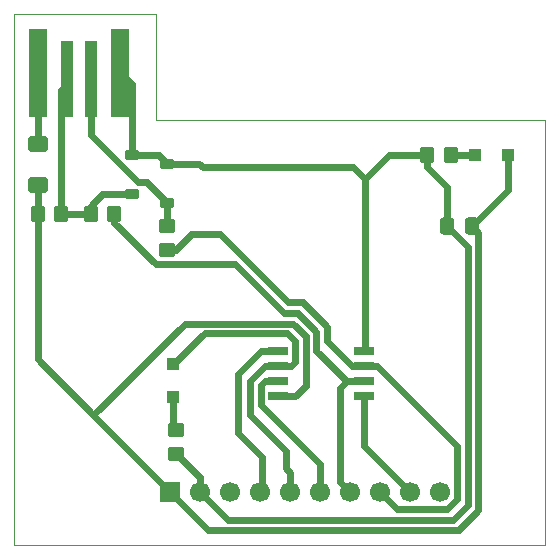
<source format=gbr>
%TF.GenerationSoftware,KiCad,Pcbnew,9.0.1*%
%TF.CreationDate,2025-05-23T10:14:42-03:00*%
%TF.ProjectId,_autosave-UccMicroDuino,5f617574-6f73-4617-9665-2d5563634d69,rev?*%
%TF.SameCoordinates,Original*%
%TF.FileFunction,Copper,L1,Top*%
%TF.FilePolarity,Positive*%
%FSLAX46Y46*%
G04 Gerber Fmt 4.6, Leading zero omitted, Abs format (unit mm)*
G04 Created by KiCad (PCBNEW 9.0.1) date 2025-05-23 10:14:42*
%MOMM*%
%LPD*%
G01*
G04 APERTURE LIST*
G04 Aperture macros list*
%AMRoundRect*
0 Rectangle with rounded corners*
0 $1 Rounding radius*
0 $2 $3 $4 $5 $6 $7 $8 $9 X,Y pos of 4 corners*
0 Add a 4 corners polygon primitive as box body*
4,1,4,$2,$3,$4,$5,$6,$7,$8,$9,$2,$3,0*
0 Add four circle primitives for the rounded corners*
1,1,$1+$1,$2,$3*
1,1,$1+$1,$4,$5*
1,1,$1+$1,$6,$7*
1,1,$1+$1,$8,$9*
0 Add four rect primitives between the rounded corners*
20,1,$1+$1,$2,$3,$4,$5,0*
20,1,$1+$1,$4,$5,$6,$7,0*
20,1,$1+$1,$6,$7,$8,$9,0*
20,1,$1+$1,$8,$9,$2,$3,0*%
G04 Aperture macros list end*
%TA.AperFunction,SMDPad,CuDef*%
%ADD10RoundRect,0.250000X0.600000X-0.400000X0.600000X0.400000X-0.600000X0.400000X-0.600000X-0.400000X0*%
%TD*%
%TA.AperFunction,SMDPad,CuDef*%
%ADD11R,1.700000X0.650000*%
%TD*%
%TA.AperFunction,SMDPad,CuDef*%
%ADD12RoundRect,0.250000X0.350000X0.450000X-0.350000X0.450000X-0.350000X-0.450000X0.350000X-0.450000X0*%
%TD*%
%TA.AperFunction,SMDPad,CuDef*%
%ADD13R,1.000000X1.000000*%
%TD*%
%TA.AperFunction,SMDPad,CuDef*%
%ADD14R,1.500000X7.500000*%
%TD*%
%TA.AperFunction,SMDPad,CuDef*%
%ADD15R,1.000000X6.500000*%
%TD*%
%TA.AperFunction,SMDPad,CuDef*%
%ADD16RoundRect,0.225000X0.375000X-0.225000X0.375000X0.225000X-0.375000X0.225000X-0.375000X-0.225000X0*%
%TD*%
%TA.AperFunction,SMDPad,CuDef*%
%ADD17RoundRect,0.250000X-0.350000X-0.450000X0.350000X-0.450000X0.350000X0.450000X-0.350000X0.450000X0*%
%TD*%
%TA.AperFunction,SMDPad,CuDef*%
%ADD18RoundRect,0.250000X0.450000X-0.350000X0.450000X0.350000X-0.450000X0.350000X-0.450000X-0.350000X0*%
%TD*%
%TA.AperFunction,ComponentPad*%
%ADD19R,1.700000X1.700000*%
%TD*%
%TA.AperFunction,ComponentPad*%
%ADD20C,1.700000*%
%TD*%
%TA.AperFunction,SMDPad,CuDef*%
%ADD21RoundRect,0.250000X0.337500X0.475000X-0.337500X0.475000X-0.337500X-0.475000X0.337500X-0.475000X0*%
%TD*%
%TA.AperFunction,SMDPad,CuDef*%
%ADD22RoundRect,0.250000X-0.450000X0.350000X-0.450000X-0.350000X0.450000X-0.350000X0.450000X0.350000X0*%
%TD*%
%TA.AperFunction,Conductor*%
%ADD23C,0.600000*%
%TD*%
%TA.AperFunction,Profile*%
%ADD24C,0.100000*%
%TD*%
G04 APERTURE END LIST*
D10*
%TO.P,D1,1,K*%
%TO.N,+5V*%
X204000000Y-100500000D03*
%TO.P,D1,2,A*%
%TO.N,Net-(D1-A)*%
X204000000Y-97000000D03*
%TD*%
D11*
%TO.P,U1,1,~{RESET}/PB5*%
%TO.N,Net-(J1-Pin_9)*%
X231650000Y-118405000D03*
%TO.P,U1,2,XTAL1/PB3*%
%TO.N,Net-(J1-Pin_7)*%
X231650000Y-117135000D03*
%TO.P,U1,3,XTAL2/PB4*%
%TO.N,Net-(J1-Pin_8)*%
X231650000Y-115865000D03*
%TO.P,U1,4,GND*%
%TO.N,GND*%
X231650000Y-114595000D03*
%TO.P,U1,5,AREF/PB0*%
%TO.N,Net-(J1-Pin_4)*%
X224350000Y-114595000D03*
%TO.P,U1,6,PB1*%
%TO.N,Net-(D6-A)*%
X224350000Y-115865000D03*
%TO.P,U1,7,PB2*%
%TO.N,Net-(J1-Pin_6)*%
X224350000Y-117135000D03*
%TO.P,U1,8,VCC*%
%TO.N,+5V*%
X224350000Y-118405000D03*
%TD*%
D12*
%TO.P,R6,1*%
%TO.N,Net-(D3-K)*%
X239000000Y-98000000D03*
%TO.P,R6,2*%
%TO.N,GND*%
X237000000Y-98000000D03*
%TD*%
D13*
%TO.P,D6,1,K*%
%TO.N,Net-(D6-K)*%
X215500000Y-118500000D03*
%TO.P,D6,2,A*%
%TO.N,Net-(D6-A)*%
X215500000Y-115700000D03*
%TD*%
D14*
%TO.P,J2,1,VBUS*%
%TO.N,Net-(D1-A)*%
X204000000Y-91000000D03*
D15*
%TO.P,J2,2,D-*%
%TO.N,Net-(D2-K)*%
X206500000Y-91500000D03*
%TO.P,J2,3,D+*%
%TO.N,Net-(D5-K)*%
X208500000Y-91500000D03*
D14*
%TO.P,J2,4,GND*%
%TO.N,GND*%
X211000000Y-91000000D03*
%TD*%
D16*
%TO.P,D5,1,K*%
%TO.N,Net-(D5-K)*%
X215000000Y-102000000D03*
%TO.P,D5,2,A*%
%TO.N,GND*%
X215000000Y-98700000D03*
%TD*%
D17*
%TO.P,R4,1*%
%TO.N,Net-(D2-K)*%
X208500000Y-103000000D03*
%TO.P,R4,2*%
%TO.N,Net-(J1-Pin_7)*%
X210500000Y-103000000D03*
%TD*%
D13*
%TO.P,D3,1,K*%
%TO.N,Net-(D3-K)*%
X241000000Y-98000000D03*
%TO.P,D3,2,A*%
%TO.N,+5V*%
X243800000Y-98000000D03*
%TD*%
D17*
%TO.P,R1,1*%
%TO.N,+5V*%
X204000000Y-103000000D03*
%TO.P,R1,2*%
%TO.N,Net-(D2-K)*%
X206000000Y-103000000D03*
%TD*%
D18*
%TO.P,R5,1*%
%TO.N,Net-(J1-Pin_8)*%
X215000000Y-106000000D03*
%TO.P,R5,2*%
%TO.N,Net-(D5-K)*%
X215000000Y-104000000D03*
%TD*%
D19*
%TO.P,J1,1,Pin_1*%
%TO.N,+5V*%
X215220000Y-126500000D03*
D20*
%TO.P,J1,2,Pin_2*%
%TO.N,GND*%
X217760000Y-126500000D03*
%TO.P,J1,3,Pin_3*%
%TO.N,unconnected-(J1-Pin_3-Pad3)*%
X220300000Y-126500000D03*
%TO.P,J1,4,Pin_4*%
%TO.N,Net-(J1-Pin_4)*%
X222840000Y-126500000D03*
%TO.P,J1,5,Pin_5*%
%TO.N,Net-(D6-A)*%
X225380000Y-126500000D03*
%TO.P,J1,6,Pin_6*%
%TO.N,Net-(J1-Pin_6)*%
X227920000Y-126500000D03*
%TO.P,J1,7,Pin_7*%
%TO.N,Net-(J1-Pin_7)*%
X230460000Y-126500000D03*
%TO.P,J1,8,Pin_8*%
%TO.N,Net-(J1-Pin_8)*%
X233000000Y-126500000D03*
%TO.P,J1,9,Pin_9*%
%TO.N,Net-(J1-Pin_9)*%
X235540000Y-126500000D03*
%TO.P,J1,10,Pin_10*%
%TO.N,unconnected-(J1-Pin_10-Pad10)*%
X238080000Y-126500000D03*
%TD*%
D21*
%TO.P,C1,1*%
%TO.N,+5V*%
X240750000Y-104000000D03*
%TO.P,C1,2*%
%TO.N,GND*%
X238675000Y-104000000D03*
%TD*%
D16*
%TO.P,D2,1,K*%
%TO.N,Net-(D2-K)*%
X212000000Y-101300000D03*
%TO.P,D2,2,A*%
%TO.N,GND*%
X212000000Y-98000000D03*
%TD*%
D22*
%TO.P,R3,1*%
%TO.N,Net-(D6-K)*%
X215750000Y-121250000D03*
%TO.P,R3,2*%
%TO.N,GND*%
X215750000Y-123250000D03*
%TD*%
D23*
%TO.N,GND*%
X217760000Y-125260000D02*
X217760000Y-126500000D01*
X215750000Y-123250000D02*
X217760000Y-125260000D01*
X217700000Y-98700000D02*
X218000000Y-99000000D01*
X238675000Y-104000000D02*
X240431999Y-105756999D01*
X212000000Y-98000000D02*
X212000000Y-92000000D01*
X231750000Y-114495000D02*
X231650000Y-114595000D01*
X238675000Y-100675000D02*
X238675000Y-104000000D01*
X218000000Y-99000000D02*
X230750000Y-99000000D01*
X230750000Y-99000000D02*
X231750000Y-100000000D01*
X214300000Y-98000000D02*
X215000000Y-98700000D01*
X237000000Y-98000000D02*
X237000000Y-99000000D01*
X240431999Y-105756999D02*
X240431999Y-127568001D01*
X212000000Y-98000000D02*
X214300000Y-98000000D01*
X215000000Y-98700000D02*
X217700000Y-98700000D01*
X220111000Y-128851000D02*
X217760000Y-126500000D01*
X233750000Y-98000000D02*
X237000000Y-98000000D01*
X212000000Y-92000000D02*
X211000000Y-91000000D01*
X231750000Y-100000000D02*
X233750000Y-98000000D01*
X237000000Y-99000000D02*
X238675000Y-100675000D01*
X239149000Y-128851000D02*
X220111000Y-128851000D01*
X240431999Y-127568001D02*
X239149000Y-128851000D01*
X231750000Y-100000000D02*
X231750000Y-114495000D01*
%TO.N,Net-(D1-A)*%
X204000000Y-91000000D02*
X204000000Y-97000000D01*
%TO.N,+5V*%
X208735000Y-120015000D02*
X204000000Y-115280000D01*
X225800000Y-118405000D02*
X226703000Y-117502000D01*
X226703000Y-117502000D02*
X226703000Y-113298208D01*
X215220000Y-126500000D02*
X208735000Y-120015000D01*
X243800000Y-100950000D02*
X240750000Y-104000000D01*
X204000000Y-115280000D02*
X204000000Y-103000000D01*
X218471000Y-129751000D02*
X215220000Y-126500000D01*
X241332998Y-104582998D02*
X240750000Y-104000000D01*
X204000000Y-103000000D02*
X204000000Y-100500000D01*
X226703000Y-113298208D02*
X225654792Y-112250000D01*
X225654792Y-112250000D02*
X216500000Y-112250000D01*
X241332998Y-128066002D02*
X239648000Y-129751000D01*
X241332998Y-128066002D02*
X241332998Y-104582998D01*
X239648000Y-129751000D02*
X218471000Y-129751000D01*
X216500000Y-112250000D02*
X208735000Y-120015000D01*
X243800000Y-98000000D02*
X243800000Y-100950000D01*
X224350000Y-118405000D02*
X225800000Y-118405000D01*
%TO.N,Net-(D2-K)*%
X206000000Y-103000000D02*
X208500000Y-103000000D01*
X208500000Y-103000000D02*
X208500000Y-102300000D01*
X206000000Y-92500000D02*
X206000000Y-103000000D01*
X209500000Y-101300000D02*
X212000000Y-101300000D01*
X206500000Y-91500000D02*
X206500000Y-92000000D01*
X208500000Y-102300000D02*
X209500000Y-101300000D01*
X206500000Y-92000000D02*
X206000000Y-92500000D01*
%TO.N,Net-(D3-K)*%
X239000000Y-98000000D02*
X241000000Y-98000000D01*
%TO.N,Net-(D5-K)*%
X212474626Y-100249000D02*
X213249000Y-100249000D01*
X208500000Y-91500000D02*
X208500000Y-96274374D01*
X208500000Y-96274374D02*
X212474626Y-100249000D01*
X213249000Y-100249000D02*
X215000000Y-102000000D01*
X215000000Y-102000000D02*
X215000000Y-104000000D01*
%TO.N,Net-(D6-K)*%
X215500000Y-118500000D02*
X215500000Y-121000000D01*
X215500000Y-121000000D02*
X215750000Y-121250000D01*
%TO.N,Net-(D6-A)*%
X218149000Y-113051000D02*
X215500000Y-115700000D01*
X223238794Y-115865000D02*
X222000000Y-117103794D01*
X224350000Y-115865000D02*
X225457000Y-115865000D01*
X225000000Y-123000000D02*
X225000000Y-124490000D01*
X225801000Y-115521000D02*
X225801000Y-113701000D01*
X225151000Y-113051000D02*
X218149000Y-113051000D01*
X225801000Y-113701000D02*
X225151000Y-113051000D01*
X222000000Y-120000000D02*
X225000000Y-123000000D01*
X222000000Y-117103794D02*
X222000000Y-120000000D01*
X225000000Y-124490000D02*
X225380000Y-124870000D01*
X225457000Y-115865000D02*
X225801000Y-115521000D01*
X224350000Y-115865000D02*
X223238794Y-115865000D01*
X225380000Y-124870000D02*
X225380000Y-126500000D01*
%TO.N,Net-(J1-Pin_4)*%
X223000000Y-123500000D02*
X223000000Y-126340000D01*
X224350000Y-114595000D02*
X222900000Y-114595000D01*
X223000000Y-126340000D02*
X222840000Y-126500000D01*
X221000000Y-121500000D02*
X223000000Y-123500000D01*
X221000000Y-116495000D02*
X221000000Y-121500000D01*
X222900000Y-114595000D02*
X221000000Y-116495000D01*
%TO.N,Net-(J1-Pin_7)*%
X229610000Y-117725000D02*
X229610000Y-125650000D01*
X227603000Y-114538000D02*
X227603000Y-112925416D01*
X231650000Y-117135000D02*
X230200000Y-117135000D01*
X214001000Y-107201000D02*
X210500000Y-103700000D01*
X230200000Y-117135000D02*
X227603000Y-114538000D01*
X220701000Y-107201000D02*
X214001000Y-107201000D01*
X231650000Y-117135000D02*
X230200000Y-117135000D01*
X210500000Y-103700000D02*
X210500000Y-103000000D01*
X224850000Y-111350000D02*
X220701000Y-107201000D01*
X227603000Y-112925416D02*
X226027584Y-111350000D01*
X230200000Y-117135000D02*
X229610000Y-117725000D01*
X226027584Y-111350000D02*
X224850000Y-111350000D01*
X229610000Y-125650000D02*
X230460000Y-126500000D01*
%TO.N,Net-(J1-Pin_6)*%
X222900000Y-119127208D02*
X227920000Y-124147208D01*
X224350000Y-117135000D02*
X223243000Y-117135000D01*
X227920000Y-124147208D02*
X227920000Y-126500000D01*
X223243000Y-117135000D02*
X222900000Y-117478000D01*
X222900000Y-117478000D02*
X222900000Y-119127208D01*
%TO.N,Net-(J1-Pin_9)*%
X231650000Y-122610000D02*
X235540000Y-126500000D01*
X231650000Y-118405000D02*
X231650000Y-122610000D01*
%TO.N,Net-(J1-Pin_8)*%
X230656000Y-115865000D02*
X231650000Y-115865000D01*
X234451000Y-127951000D02*
X233000000Y-126500000D01*
X217001000Y-104699000D02*
X219490000Y-104699000D01*
X215000000Y-106000000D02*
X215700000Y-106000000D01*
X219490000Y-104699000D02*
X225241000Y-110450000D01*
X239531000Y-127101024D02*
X238681024Y-127951000D01*
X228550000Y-113759000D02*
X230656000Y-115865000D01*
X232757000Y-115865000D02*
X239531000Y-122639000D01*
X228550000Y-112504416D02*
X228550000Y-113759000D01*
X225241000Y-110450000D02*
X226495584Y-110450000D01*
X226495584Y-110450000D02*
X228550000Y-112504416D01*
X215700000Y-106000000D02*
X217001000Y-104699000D01*
X239531000Y-122639000D02*
X239531000Y-127101024D01*
X238681024Y-127951000D02*
X234451000Y-127951000D01*
X231650000Y-115865000D02*
X232757000Y-115865000D01*
%TD*%
D24*
X214000000Y-95000000D02*
X247000000Y-95000000D01*
X247000000Y-131000000D01*
X202000000Y-131000000D01*
X202000000Y-86000000D01*
X214000000Y-86000000D01*
X214000000Y-95000000D01*
M02*

</source>
